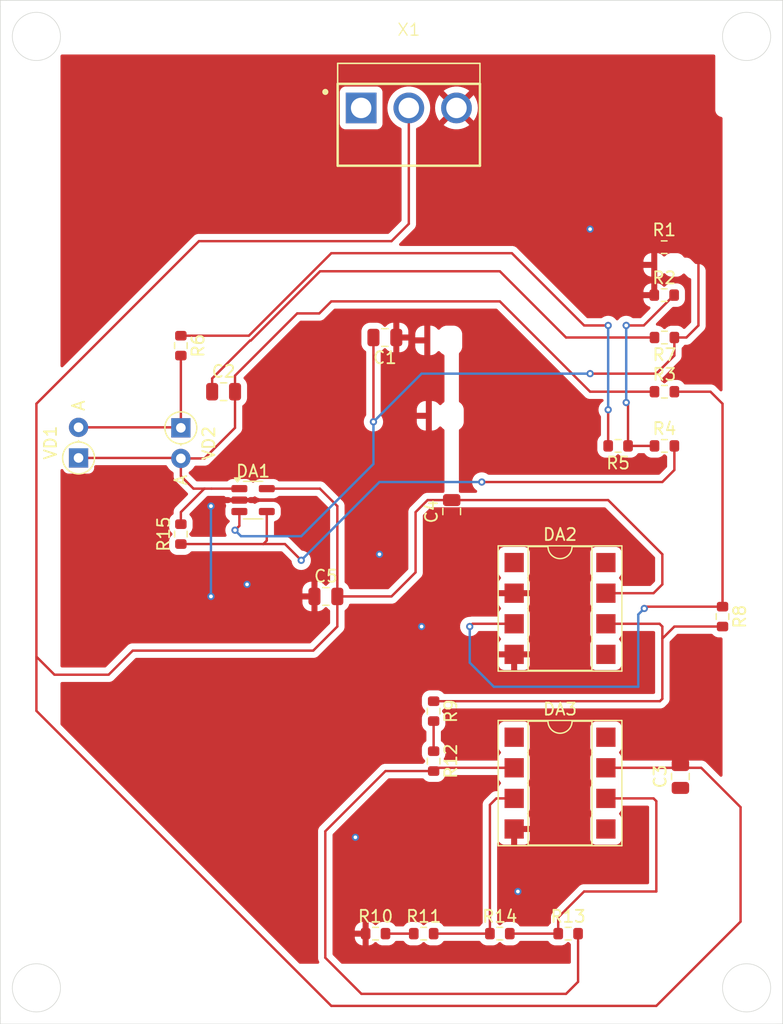
<source format=kicad_pcb>
(kicad_pcb (version 20240108) (generator "pcbnew") (generator_version "8.0")
  (layers (0 "F.Cu" signal) (31 "B.Cu" signal) (34 "B.Paste" user) (35 "F.Paste" user) (36 "B.SilkS" user "B.Silkscreen") (37 "F.SilkS" user "F.Silkscreen") (38 "B.Mask" user) (39 "F.Mask" user) (44 "Edge.Cuts" user))
  (net 0 "")
  (net 1 "Net-(DA1-IN-)")
  (net 2 "Net-(DA1-IN+)")
  (net 3 "Earth")
  (net 4 "+5V")
  (net 5 "/OUT1")
  (net 6 "Net-(C2-Pad1)")
  (net 8 "Net-(DA2-IN-)")
  (net 11 "/OUT2")
  (net 13 "Net-(DA3-OUT)")
  (net 16 "Net-(DA3-IN+)")
  (net 17 "Net-(DA3-IN-)")
  (net 18 "Net-(R2-Pad2)")
  (net 19 "Net-(R5-Pad2)")
  (net 20 "Net-(R6-Pad2)")
  (net 21 "Net-(R12-Pad1)")
  (net 22 "Net-(R10-Pad2)")
  (net 23 "/OUT3")
  (footprint "Package_TO_SOT_SMD:SOT-23-5" (layer "F.Cu") (at 121 101.5)
    (property "Reference" "DA1" (at 0 -2.4 0) (layer "F.SilkS"))
    (property "Value" "AD8616")
    (fp_line (start 0 -1.56) (end -0.8 -1.56) (stroke (width 0.12)) (layer "F.SilkS"))
    (fp_line (start 0 -1.56) (end 0.8 -1.56) (stroke (width 0.12)) (layer "F.SilkS"))
    (fp_line (start 0 1.56) (end -0.8 1.56) (stroke (width 0.12)) (layer "F.SilkS"))
    (fp_line (start 0 1.56) (end 0.8 1.56) (stroke (width 0.12)) (layer "F.SilkS"))
    (fp_poly (pts (xy -1.3 -1.51) (xy -1.54 -1.84) (xy -1.06 -1.84) (xy -1.3 -1.51)) (stroke (width 0.12)) (fill solid) (layer "F.SilkS"))
    (pad "1" smd roundrect (at -1.1375 -0.95) (size 1.325 0.6) (layers "F.Cu" "F.Paste" "F.Mask") (net 5 "/OUT1"))
    (pad "2" smd roundrect (at -1.1375 0) (size 1.325 0.6) (layers "F.Cu" "F.Paste" "F.Mask") (net 3 "Earth"))
    (pad "3" smd roundrect (at -1.1375 0.95) (size 1.325 0.6) (layers "F.Cu" "F.Paste" "F.Mask") (net 2 "Net-(DA1-IN+)"))
    (pad "4" smd roundrect (at 1.1375 0.95) (size 1.325 0.6) (layers "F.Cu" "F.Paste" "F.Mask") (net 1 "Net-(DA1-IN-)"))
    (pad "5" smd roundrect (at 1.1375 -0.95) (size 1.325 0.6) (layers "F.Cu" "F.Paste" "F.Mask") (net 4 "+5V"))
  )
  (footprint "Resistor_SMD:R_0603_1608Metric" (layer "F.Cu") (at 160 111.175 -90)
    (property "Reference" "R8" (at 0 -1.43 90) (layer "F.SilkS"))
    (property "Value" "51k")
    (fp_line (start -0.237258 0.5225) (end 0.237258 0.5225) (stroke (width 0.12)) (layer "F.SilkS"))
    (fp_line (start -0.237258 -0.5225) (end 0.237258 -0.5225) (stroke (width 0.12)) (layer "F.SilkS"))
    (pad "1" smd roundrect (at -0.825 0 270) (size 0.8 0.95) (layers "F.Cu" "F.Paste" "F.Mask") (net 8 "Net-(DA2-IN-)"))
    (pad "2" smd roundrect (at 0.825 0 270) (size 0.8 0.95) (layers "F.Cu" "F.Paste" "F.Mask") (net 11 "/OUT2"))
  )
  (footprint "Resistor_SMD:R_0603_1608Metric" (layer "F.Cu") (at 155.155 84.48)
    (property "Reference" "R2" (at 0 -1.43 0) (layer "F.SilkS"))
    (property "Value" "220")
    (fp_line (start -0.237258 -0.5225) (end 0.237258 -0.5225) (stroke (width 0.12)) (layer "F.SilkS"))
    (fp_line (start -0.237258 0.5225) (end 0.237258 0.5225) (stroke (width 0.12)) (layer "F.SilkS"))
    (pad "1" smd roundrect (at -0.825 0) (size 0.8 0.95) (layers "F.Cu" "F.Paste" "F.Mask") (net 3 "Earth"))
    (pad "2" smd roundrect (at 0.825 0) (size 0.8 0.95) (layers "F.Cu" "F.Paste" "F.Mask") (net 18 "Net-(R2-Pad2)"))
  )
  (footprint "Resistor_SMD:R_0603_1608Metric" (layer "F.Cu") (at 151.325 97 180)
    (property "Reference" "R5" (at 0 -1.43 0) (layer "F.SilkS"))
    (property "Value" "160")
    (fp_line (start -0.237258 0.5225) (end 0.237258 0.5225) (stroke (width 0.12)) (layer "F.SilkS"))
    (fp_line (start -0.237258 -0.5225) (end 0.237258 -0.5225) (stroke (width 0.12)) (layer "F.SilkS"))
    (pad "1" smd roundrect (at -0.825 0 180) (size 0.8 0.95) (layers "F.Cu" "F.Paste" "F.Mask") (net 18 "Net-(R2-Pad2)"))
    (pad "2" smd roundrect (at 0.825 0 180) (size 0.8 0.95) (layers "F.Cu" "F.Paste" "F.Mask") (net 19 "Net-(R5-Pad2)"))
  )
  (footprint "Package_DIP:DIP-8_W7.62mm_SMDSocket_SmallPads" (layer "F.Cu") (at 146.5 110.5)
    (property "Reference" "DA2" (at 0 -6.14 0) (layer "F.SilkS"))
    (property "Value" "OP27")
    (fp_line (start -5.14 -5.2) (end -5.14 5.2) (stroke (width 0.12)) (layer "F.SilkS"))
    (fp_line (start -5.14 5.2) (end 5.14 5.2) (stroke (width 0.12)) (layer "F.SilkS"))
    (fp_line (start -2.65 -5.14) (end -2.65 5.14) (stroke (width 0.12)) (layer "F.SilkS"))
    (fp_line (start -2.65 5.14) (end 2.65 5.14) (stroke (width 0.12)) (layer "F.SilkS"))
    (fp_line (start -1 -5.14) (end -2.65 -5.14) (stroke (width 0.12)) (layer "F.SilkS"))
    (fp_line (start 2.65 -5.14) (end 1 -5.14) (stroke (width 0.12)) (layer "F.SilkS"))
    (fp_line (start 2.65 5.14) (end 2.65 -5.14) (stroke (width 0.12)) (layer "F.SilkS"))
    (fp_line (start 5.14 -5.2) (end -5.14 -5.2) (stroke (width 0.12)) (layer "F.SilkS"))
    (fp_line (start 5.14 5.2) (end 5.14 -5.2) (stroke (width 0.12)) (layer "F.SilkS"))
    (fp_arc (start 1 -5.14) (mid 0 -4.14) (end -1 -5.14) (stroke (width 0.12)) (layer "F.SilkS"))
    (pad "1" smd rect (at -3.81 -3.81) (size 1.6 1.6) (layers "F.Cu" "F.Paste" "F.Mask"))
    (pad "2" smd rect (at -3.81 -1.27) (size 1.6 1.6) (layers "F.Cu" "F.Paste" "F.Mask") (net 3 "Earth"))
    (pad "3" smd rect (at -3.81 1.27) (size 1.6 1.6) (layers "F.Cu" "F.Paste" "F.Mask") (net 8 "Net-(DA2-IN-)"))
    (pad "4" smd rect (at -3.81 3.81) (size 1.6 1.6) (layers "F.Cu" "F.Paste" "F.Mask") (net 3 "Earth"))
    (pad "5" smd rect (at 3.81 3.81) (size 1.6 1.6) (layers "F.Cu" "F.Paste" "F.Mask"))
    (pad "6" smd rect (at 3.81 1.27) (size 1.6 1.6) (layers "F.Cu" "F.Paste" "F.Mask") (net 11 "/OUT2"))
    (pad "7" smd rect (at 3.81 -1.27) (size 1.6 1.6) (layers "F.Cu" "F.Paste" "F.Mask") (net 4 "+5V"))
    (pad "8" smd rect (at 3.81 -3.81) (size 1.6 1.6) (layers "F.Cu" "F.Paste" "F.Mask"))
  )
  (footprint "Capacitor_SMD:C_0805_2012Metric" (layer "F.Cu") (at 137.5 102.45 90)
    (property "Reference" "C4" (at 0 -1.68 90) (layer "F.SilkS"))
    (property "Value" "0.1u")
    (fp_line (start -0.261252 -0.735) (end 0.261252 -0.735) (stroke (width 0.12)) (layer "F.SilkS"))
    (fp_line (start -0.261252 0.735) (end 0.261252 0.735) (stroke (width 0.12)) (layer "F.SilkS"))
    (pad "1" smd roundrect (at -0.95 0 90) (size 1 1.45) (layers "F.Cu" "F.Paste" "F.Mask") (net 3 "Earth"))
    (pad "2" smd roundrect (at 0.95 0 90) (size 1 1.45) (layers "F.Cu" "F.Paste" "F.Mask") (net 4 "+5V"))
  )
  (footprint "Resistor_SMD:R_0603_1608Metric" (layer "F.Cu") (at 155.155 80.5)
    (property "Reference" "R1" (at 0 -1.43 0) (layer "F.SilkS"))
    (property "Value" "2.2k")
    (fp_line (start -0.237258 -0.5225) (end 0.237258 -0.5225) (stroke (width 0.12)) (layer "F.SilkS"))
    (fp_line (start -0.237258 0.5225) (end 0.237258 0.5225) (stroke (width 0.12)) (layer "F.SilkS"))
    (pad "1" smd roundrect (at -0.825 0) (size 0.8 0.95) (layers "F.Cu" "F.Paste" "F.Mask") (net 3 "Earth"))
    (pad "2" smd roundrect (at 0.825 0) (size 0.8 0.95) (layers "F.Cu" "F.Paste" "F.Mask") (net 2 "Net-(DA1-IN+)"))
  )
  (footprint "Diode_THT:D_DO-35_SOD27_P2.54mm_Vertical_AnodeUp" (layer "F.Cu") (at 106.5 98 90)
    (property "Reference" "VD1" (at 1.27 -2.326371 90) (layer "F.SilkS"))
    (property "Value" "1N4148")
    (fp_line (start 1.326371 0) (end 1.44 0) (stroke (width 0.12)) (layer "F.SilkS"))
    (fp_circle (center 0 0) (end 1.326371 0) (stroke (width 0.12)) (fill none) (layer "F.SilkS"))
    (fp_text user "A" (at 4.34 0 90) (layer "F.SilkS"))
    (pad "1" thru_hole rect (at 0 0 90) (size 1.6 1.6) (drill 0.8) (layers "*.Cu" "*.Mask") (net 5 "/OUT1"))
    (pad "2" thru_hole oval (at 2.54 0 90) (size 1.6 1.6) (drill 0.8) (layers "*.Cu" "*.Mask") (net 20 "Net-(R6-Pad2)"))
  )
  (footprint "Resistor_SMD:R_0603_1608Metric" (layer "F.Cu") (at 155.175 88 180)
    (property "Reference" "R7" (at 0 -1.43 0) (layer "F.SilkS"))
    (property "Value" "2.2k")
    (fp_line (start -0.237258 0.5225) (end 0.237258 0.5225) (stroke (width 0.12)) (layer "F.SilkS"))
    (fp_line (start -0.237258 -0.5225) (end 0.237258 -0.5225) (stroke (width 0.12)) (layer "F.SilkS"))
    (pad "1" smd roundrect (at -0.825 0 180) (size 0.8 0.95) (layers "F.Cu" "F.Paste" "F.Mask") (net 2 "Net-(DA1-IN+)"))
    (pad "2" smd roundrect (at 0.825 0 180) (size 0.8 0.95) (layers "F.Cu" "F.Paste" "F.Mask") (net 6 "Net-(C2-Pad1)"))
  )
  (footprint "Resistor_SMD:R_0603_1608Metric" (layer "F.Cu") (at 141.5 137.5)
    (property "Reference" "R14" (at 0 -1.43 0) (layer "F.SilkS"))
    (property "Value" "1k")
    (fp_line (start -0.237258 -0.5225) (end 0.237258 -0.5225) (stroke (width 0.12)) (layer "F.SilkS"))
    (fp_line (start -0.237258 0.5225) (end 0.237258 0.5225) (stroke (width 0.12)) (layer "F.SilkS"))
    (pad "1" smd roundrect (at -0.825 0) (size 0.8 0.95) (layers "F.Cu" "F.Paste" "F.Mask") (net 17 "Net-(DA3-IN-)"))
    (pad "2" smd roundrect (at 0.825 0) (size 0.8 0.95) (layers "F.Cu" "F.Paste" "F.Mask") (net 13 "Net-(DA3-OUT)"))
  )
  (footprint "Diode_THT:D_DO-35_SOD27_P2.54mm_Vertical_AnodeUp" (layer "F.Cu") (at 115 95.5 -90)
    (property "Reference" "VD2" (at 1.27 -2.326371 90) (layer "F.SilkS"))
    (property "Value" "1N4148")
    (fp_line (start 1.326371 0) (end 1.44 0) (stroke (width 0.12)) (layer "F.SilkS"))
    (fp_circle (center 0 0) (end 1.326371 0) (stroke (width 0.12)) (fill none) (layer "F.SilkS"))
    (fp_text user "A" (at 4.34 0 90) (layer "F.SilkS"))
    (pad "1" thru_hole rect (at 0 0 270) (size 1.6 1.6) (drill 0.8) (layers "*.Cu" "*.Mask") (net 20 "Net-(R6-Pad2)"))
    (pad "2" thru_hole oval (at 2.54 0 270) (size 1.6 1.6) (drill 0.8) (layers "*.Cu" "*.Mask") (net 5 "/OUT1"))
  )
  (footprint "Package_DIP:DIP-8_W7.62mm_SMDSocket_SmallPads" (layer "F.Cu") (at 146.5 125)
    (property "Reference" "DA3" (at 0 -6.14 0) (layer "F.SilkS"))
    (property "Value" "OP27")
    (fp_line (start -5.14 -5.2) (end -5.14 5.2) (stroke (width 0.12)) (layer "F.SilkS"))
    (fp_line (start -5.14 5.2) (end 5.14 5.2) (stroke (width 0.12)) (layer "F.SilkS"))
    (fp_line (start -2.65 -5.14) (end -2.65 5.14) (stroke (width 0.12)) (layer "F.SilkS"))
    (fp_line (start -2.65 5.14) (end 2.65 5.14) (stroke (width 0.12)) (layer "F.SilkS"))
    (fp_line (start -1 -5.14) (end -2.65 -5.14) (stroke (width 0.12)) (layer "F.SilkS"))
    (fp_line (start 2.65 -5.14) (end 1 -5.14) (stroke (width 0.12)) (layer "F.SilkS"))
    (fp_line (start 2.65 5.14) (end 2.65 -5.14) (stroke (width 0.12)) (layer "F.SilkS"))
    (fp_line (start 5.14 -5.2) (end -5.14 -5.2) (stroke (width 0.12)) (layer "F.SilkS"))
    (fp_line (start 5.14 5.2) (end 5.14 -5.2) (stroke (width 0.12)) (layer "F.SilkS"))
    (fp_arc (start 1 -5.14) (mid 0 -4.14) (end -1 -5.14) (stroke (width 0.12)) (layer "F.SilkS"))
    (pad "1" smd rect (at -3.81 -3.81) (size 1.6 1.6) (layers "F.Cu" "F.Paste" "F.Mask"))
    (pad "2" smd rect (at -3.81 -1.27) (size 1.6 1.6) (layers "F.Cu" "F.Paste" "F.Mask") (net 16 "Net-(DA3-IN+)"))
    (pad "3" smd rect (at -3.81 1.27) (size 1.6 1.6) (layers "F.Cu" "F.Paste" "F.Mask") (net 17 "Net-(DA3-IN-)"))
    (pad "4" smd rect (at -3.81 3.81) (size 1.6 1.6) (layers "F.Cu" "F.Paste" "F.Mask") (net 3 "Earth"))
    (pad "5" smd rect (at 3.81 3.81) (size 1.6 1.6) (layers "F.Cu" "F.Paste" "F.Mask"))
    (pad "6" smd rect (at 3.81 1.27) (size 1.6 1.6) (layers "F.Cu" "F.Paste" "F.Mask") (net 13 "Net-(DA3-OUT)"))
    (pad "7" smd rect (at 3.81 -1.27) (size 1.6 1.6) (layers "F.Cu" "F.Paste" "F.Mask") (net 4 "+5V"))
    (pad "8" smd rect (at 3.81 -3.81) (size 1.6 1.6) (layers "F.Cu" "F.Paste" "F.Mask"))
  )
  (footprint "Capacitor_SMD:C_0805_2012Metric" (layer "F.Cu") (at 118.55 92.5)
    (property "Reference" "C2" (at 0 -1.68 0) (layer "F.SilkS"))
    (property "Value" "750p")
    (fp_line (start -0.261252 -0.735) (end 0.261252 -0.735) (stroke (width 0.12)) (layer "F.SilkS"))
    (fp_line (start -0.261252 0.735) (end 0.261252 0.735) (stroke (width 0.12)) (layer "F.SilkS"))
    (pad "1" smd roundrect (at -0.95 0) (size 1 1.45) (layers "F.Cu" "F.Paste" "F.Mask") (net 6 "Net-(C2-Pad1)"))
    (pad "2" smd roundrect (at 0.95 0) (size 1 1.45) (layers "F.Cu" "F.Paste" "F.Mask") (net 5 "/OUT1"))
  )
  (footprint "MGTU_Places:B3P-VH" (layer "F.Cu") (at 133.93775 68.9375)
    (property "Reference" "X1" (at 0 -6.5 0) (layer "F.SilkS") (effects (font (thickness 0.1))))
    (property "Value" "B3P-VH")
    (fp_line (start -5.91 -3.7) (end 5.91 -3.7) (stroke (width 0.127)) (layer "F.SilkS"))
    (fp_line (start -5.91 -2) (end -5.91 -3.7) (stroke (width 0.127)) (layer "F.SilkS"))
    (fp_line (start -5.91 4.8) (end -5.91 -2) (stroke (width 0.2032)) (layer "F.SilkS"))
    (fp_line (start 5.91 -2) (end -5.91 -2) (stroke (width 0.2032)) (layer "F.SilkS"))
    (fp_line (start 5.91 -2) (end 5.91 -3.7) (stroke (width 0.127)) (layer "F.SilkS"))
    (fp_line (start 5.91 -2) (end 5.91 4.8) (stroke (width 0.2032)) (layer "F.SilkS"))
    (fp_line (start 5.91 4.8) (end -5.91 4.8) (stroke (width 0.2032)) (layer "F.SilkS"))
    (fp_circle (center -6.935 -1.33) (end -6.681 -1.33) (fill solid) (layer "F.SilkS"))
    (pad "1" thru_hole rect (at -3.96 0) (size 2.55 2.55) (drill 1.7) (layers "*.Cu" "*.Mask") (net 23 "/OUT3"))
    (pad "2" thru_hole circle (at 0 0) (size 2.55 2.55) (drill 1.7) (layers "*.Cu" "*.Mask") (net 4 "+5V"))
    (pad "3" thru_hole circle (at 3.96 0) (size 2.55 2.55) (drill 1.7) (layers "*.Cu" "*.Mask") (net 3 "Earth"))
  )
  (footprint "Capacitor_SMD:C_0805_2012Metric" (layer "F.Cu") (at 127.05 109.5)
    (property "Reference" "C5" (at 0 -1.68 0) (layer "F.SilkS"))
    (property "Value" "0.1u")
    (fp_line (start -0.261252 -0.735) (end 0.261252 -0.735) (stroke (width 0.12)) (layer "F.SilkS"))
    (fp_line (start -0.261252 0.735) (end 0.261252 0.735) (stroke (width 0.12)) (layer "F.SilkS"))
    (pad "1" smd roundrect (at -0.95 0) (size 1 1.45) (layers "F.Cu" "F.Paste" "F.Mask") (net 3 "Earth"))
    (pad "2" smd roundrect (at 0.95 0) (size 1 1.45) (layers "F.Cu" "F.Paste" "F.Mask") (net 4 "+5V"))
  )
  (footprint "Resistor_SMD:R_0603_1608Metric" (layer "F.Cu") (at 115 104.325 90)
    (property "Reference" "R15" (at 0 -1.43 90) (layer "F.SilkS"))
    (property "Value" "220k")
    (fp_line (start -0.237258 -0.5225) (end 0.237258 -0.5225) (stroke (width 0.12)) (layer "F.SilkS"))
    (fp_line (start -0.237258 0.5225) (end 0.237258 0.5225) (stroke (width 0.12)) (layer "F.SilkS"))
    (pad "1" smd roundrect (at -0.825 0 90) (size 0.8 0.95) (layers "F.Cu" "F.Paste" "F.Mask") (net 1 "Net-(DA1-IN-)"))
    (pad "2" smd roundrect (at 0.825 0 90) (size 0.8 0.95) (layers "F.Cu" "F.Paste" "F.Mask") (net 5 "/OUT1"))
  )
  (footprint "Capacitor_SMD:C_0805_2012Metric" (layer "F.Cu") (at 131.95 88 180)
    (property "Reference" "C1" (at 0 -1.68 0) (layer "F.SilkS"))
    (property "Value" "750p")
    (fp_line (start -0.261252 0.735) (end 0.261252 0.735) (stroke (width 0.12)) (layer "F.SilkS"))
    (fp_line (start -0.261252 -0.735) (end 0.261252 -0.735) (stroke (width 0.12)) (layer "F.SilkS"))
    (pad "1" smd roundrect (at -0.95 0 180) (size 1 1.45) (layers "F.Cu" "F.Paste" "F.Mask") (net 3 "Earth"))
    (pad "2" smd roundrect (at 0.95 0 180) (size 1 1.45) (layers "F.Cu" "F.Paste" "F.Mask") (net 2 "Net-(DA1-IN+)"))
  )
  (footprint "Resistor_SMD:R_0603_1608Metric" (layer "F.Cu") (at 147.175 137.5)
    (property "Reference" "R13" (at 0 -1.43 0) (layer "F.SilkS"))
    (property "Value" "1k")
    (fp_line (start -0.237258 -0.5225) (end 0.237258 -0.5225) (stroke (width 0.12)) (layer "F.SilkS"))
    (fp_line (start -0.237258 0.5225) (end 0.237258 0.5225) (stroke (width 0.12)) (layer "F.SilkS"))
    (pad "1" smd roundrect (at -0.825 0) (size 0.8 0.95) (layers "F.Cu" "F.Paste" "F.Mask") (net 13 "Net-(DA3-OUT)"))
    (pad "2" smd roundrect (at 0.825 0) (size 0.8 0.95) (layers "F.Cu" "F.Paste" "F.Mask") (net 16 "Net-(DA3-IN+)"))
  )
  (footprint "Resistor_SMD:R_0603_1608Metric" (layer "F.Cu") (at 136 123.175 -90)
    (property "Reference" "R12" (at 0 -1.43 90) (layer "F.SilkS"))
    (property "Value" "5.1")
    (fp_line (start -0.237258 0.5225) (end 0.237258 0.5225) (stroke (width 0.12)) (layer "F.SilkS"))
    (fp_line (start -0.237258 -0.5225) (end 0.237258 -0.5225) (stroke (width 0.12)) (layer "F.SilkS"))
    (pad "1" smd roundrect (at -0.825 0 270) (size 0.8 0.95) (layers "F.Cu" "F.Paste" "F.Mask") (net 21 "Net-(R12-Pad1)"))
    (pad "2" smd roundrect (at 0.825 0 270) (size 0.8 0.95) (layers "F.Cu" "F.Paste" "F.Mask") (net 16 "Net-(DA3-IN+)"))
  )
  (footprint "Resistor_SMD:R_0603_1608Metric" (layer "F.Cu") (at 155.175 97)
    (property "Reference" "R4" (at 0 -1.43 0) (layer "F.SilkS"))
    (property "Value" "100k")
    (fp_line (start -0.237258 -0.5225) (end 0.237258 -0.5225) (stroke (width 0.12)) (layer "F.SilkS"))
    (fp_line (start -0.237258 0.5225) (end 0.237258 0.5225) (stroke (width 0.12)) (layer "F.SilkS"))
    (pad "1" smd roundrect (at -0.825 0) (size 0.8 0.95) (layers "F.Cu" "F.Paste" "F.Mask") (net 18 "Net-(R2-Pad2)"))
    (pad "2" smd roundrect (at 0.825 0) (size 0.8 0.95) (layers "F.Cu" "F.Paste" "F.Mask") (net 1 "Net-(DA1-IN-)"))
  )
  (footprint "Resistor_SMD:R_0603_1608Metric" (layer "F.Cu") (at 131.175 137.5)
    (property "Reference" "R10" (at 0 -1.43 0) (layer "F.SilkS"))
    (property "Value" "220")
    (fp_line (start -0.237258 -0.5225) (end 0.237258 -0.5225) (stroke (width 0.12)) (layer "F.SilkS"))
    (fp_line (start -0.237258 0.5225) (end 0.237258 0.5225) (stroke (width 0.12)) (layer "F.SilkS"))
    (pad "1" smd roundrect (at -0.825 0) (size 0.8 0.95) (layers "F.Cu" "F.Paste" "F.Mask") (net 3 "Earth"))
    (pad "2" smd roundrect (at 0.825 0) (size 0.8 0.95) (layers "F.Cu" "F.Paste" "F.Mask") (net 22 "Net-(R10-Pad2)"))
  )
  (footprint "Resistor_SMD:R_0603_1608Metric" (layer "F.Cu") (at 135.175 137.5)
    (property "Reference" "R11" (at 0 -1.43 0) (layer "F.SilkS"))
    (property "Value" "5.1")
    (fp_line (start -0.237258 -0.5225) (end 0.237258 -0.5225) (stroke (width 0.12)) (layer "F.SilkS"))
    (fp_line (start -0.237258 0.5225) (end 0.237258 0.5225) (stroke (width 0.12)) (layer "F.SilkS"))
    (pad "1" smd roundrect (at -0.825 0) (size 0.8 0.95) (layers "F.Cu" "F.Paste" "F.Mask") (net 22 "Net-(R10-Pad2)"))
    (pad "2" smd roundrect (at 0.825 0) (size 0.8 0.95) (layers "F.Cu" "F.Paste" "F.Mask") (net 17 "Net-(DA3-IN-)"))
  )
  (footprint "Capacitor_SMD:C_0805_2012Metric" (layer "F.Cu") (at 156.5 124.45 90)
    (property "Reference" "C3" (at 0 -1.68 90) (layer "F.SilkS"))
    (property "Value" "0.1u")
    (fp_line (start -0.261252 -0.735) (end 0.261252 -0.735) (stroke (width 0.12)) (layer "F.SilkS"))
    (fp_line (start -0.261252 0.735) (end 0.261252 0.735) (stroke (width 0.12)) (layer "F.SilkS"))
    (pad "1" smd roundrect (at -0.95 0 90) (size 1 1.45) (layers "F.Cu" "F.Paste" "F.Mask") (net 3 "Earth"))
    (pad "2" smd roundrect (at 0.95 0 90) (size 1 1.45) (layers "F.Cu" "F.Paste" "F.Mask") (net 4 "+5V"))
  )
  (footprint "Resistor_SMD:R_0603_1608Metric" (layer "F.Cu") (at 136 119.025 -90)
    (property "Reference" "R9" (at 0 -1.43 90) (layer "F.SilkS"))
    (property "Value" "220")
    (fp_line (start -0.237258 0.5225) (end 0.237258 0.5225) (stroke (width 0.12)) (layer "F.SilkS"))
    (fp_line (start -0.237258 -0.5225) (end 0.237258 -0.5225) (stroke (width 0.12)) (layer "F.SilkS"))
    (pad "1" smd roundrect (at -0.825 0 270) (size 0.8 0.95) (layers "F.Cu" "F.Paste" "F.Mask") (net 11 "/OUT2"))
    (pad "2" smd roundrect (at 0.825 0 270) (size 0.8 0.95) (layers "F.Cu" "F.Paste" "F.Mask") (net 21 "Net-(R12-Pad1)"))
  )
  (footprint "Resistor_SMD:R_0603_1608Metric" (layer "F.Cu") (at 115 88.675 -90)
    (property "Reference" "R6" (at 0 -1.43 90) (layer "F.SilkS"))
    (property "Value" "2.2k")
    (fp_line (start -0.237258 0.5225) (end 0.237258 0.5225) (stroke (width 0.12)) (layer "F.SilkS"))
    (fp_line (start -0.237258 -0.5225) (end 0.237258 -0.5225) (stroke (width 0.12)) (layer "F.SilkS"))
    (pad "1" smd roundrect (at -0.825 0 270) (size 0.8 0.95) (layers "F.Cu" "F.Paste" "F.Mask") (net 19 "Net-(R5-Pad2)"))
    (pad "2" smd roundrect (at 0.825 0 270) (size 0.8 0.95) (layers "F.Cu" "F.Paste" "F.Mask") (net 20 "Net-(R6-Pad2)"))
  )
  (footprint "Resistor_SMD:R_0603_1608Metric" (layer "F.Cu") (at 155.175 92.5)
    (property "Reference" "R3" (at 0 -1.43 0) (layer "F.SilkS"))
    (property "Value" "10k")
    (fp_line (start -0.237258 -0.5225) (end 0.237258 -0.5225) (stroke (width 0.12)) (layer "F.SilkS"))
    (fp_line (start -0.237258 0.5225) (end 0.237258 0.5225) (stroke (width 0.12)) (layer "F.SilkS"))
    (pad "1" smd roundrect (at -0.825 0) (size 0.8 0.95) (layers "F.Cu" "F.Paste" "F.Mask") (net 5 "/OUT1"))
    (pad "2" smd roundrect (at 0.825 0) (size 0.8 0.95) (layers "F.Cu" "F.Paste" "F.Mask") (net 8 "Net-(DA2-IN-)"))
  )
  (gr_line (start 165 144.5) (end 165 60.5) (stroke (width 0.05)) (layer "Edge.Cuts"))
  (gr_line (start 164.5 60) (end 165 60) (stroke (width 0.05)) (layer "Edge.Cuts"))
  (gr_circle (center 162 63) (end 164 63) (stroke (width 0.05)) (fill none) (layer "Edge.Cuts"))
  (gr_line (start 100.5 145) (end 100 145) (stroke (width 0.05)) (layer "Edge.Cuts"))
  (gr_line (start 100 145) (end 100 144.5) (stroke (width 0.05)) (layer "Edge.Cuts"))
  (gr_line (start 164.5 145) (end 165 145) (stroke (width 0.05)) (layer "Edge.Cuts"))
  (gr_line (start 100.5 60) (end 100 60) (stroke (width 0.05)) (layer "Edge.Cuts"))
  (gr_line (start 165 144.5) (end 165 145) (stroke (width 0.05)) (layer "Edge.Cuts"))
  (gr_line (start 100.5 145) (end 164.5 145) (stroke (width 0.05)) (layer "Edge.Cuts"))
  (gr_circle (center 162 142) (end 164 142) (stroke (width 0.05)) (fill none) (layer "Edge.Cuts"))
  (gr_line (start 100 60) (end 100 60.5) (stroke (width 0.05)) (layer "Edge.Cuts"))
  (gr_circle (center 103 142) (end 105 142) (stroke (width 0.05)) (fill none) (layer "Edge.Cuts"))
  (gr_line (start 100.5 60) (end 164.5 60) (stroke (width 0.05)) (layer "Edge.Cuts"))
  (gr_line (start 100 144.5) (end 100 60.5) (stroke (width 0.05)) (layer "Edge.Cuts"))
  (gr_line (start 165 60) (end 165 60.5) (stroke (width 0.05)) (layer "Edge.Cuts"))
  (gr_line (start 165 145) (end 164.5 145) (stroke (width 0.05)) (layer "Edge.Cuts"))
  (gr_circle (center 103 63) (end 105 63) (stroke (width 0.05)) (fill none) (layer "Edge.Cuts"))
  (segment (start 122.1375 104.8625) (end 122.1375 102.45) (width 0.2) (layer "F.Cu") (net 1))
  (segment (start 121.85 105.15) (end 123.65 105.15) (width 0.2) (layer "F.Cu") (net 1))
  (segment (start 156 97) (end 156 99) (width 0.2) (layer "F.Cu") (net 1))
  (segment (start 155 100) (end 140 100) (width 0.2) (layer "F.Cu") (net 1))
  (segment (start 121.85 105.15) (end 122.1375 104.8625) (width 0.2) (layer "F.Cu") (net 1))
  (segment (start 156 99) (end 155 100) (width 0.2) (layer "F.Cu") (net 1))
  (segment (start 115 105.15) (end 121.85 105.15) (width 0.2) (layer "F.Cu") (net 1))
  (segment (start 123.65 105.15) (end 125 106.5) (width 0.2) (layer "F.Cu") (net 1))
  (via (at 140 100) (size 0.6) (drill 0.3) (layers "F.Cu" "B.Cu") (net 1))
  (via (at 125 106.5) (size 0.6) (drill 0.3) (layers "F.Cu" "B.Cu") (net 1))
  (segment (start 125 106.5) (end 125.25 106.25) (width 0.2) (layer "B.Cu") (net 1))
  (segment (start 131.5 100) (end 125 106.5) (width 0.2) (layer "B.Cu") (net 1))
  (segment (start 140 100) (end 131.5 100) (width 0.2) (layer "B.Cu") (net 1))
  (segment (start 157 80.5) (end 155.98 80.5) (width 0.2) (layer "F.Cu") (net 2))
  (segment (start 119.8625 102.45) (end 119.8625 103.6375) (width 0.2) (layer "F.Cu") (net 2))
  (segment (start 156 88) (end 156 89.5) (width 0.2) (layer "F.Cu") (net 2))
  (segment (start 158 87) (end 158 81.5) (width 0.2) (layer "F.Cu") (net 2))
  (segment (start 119.8625 103.6375) (end 119.5 104) (width 0.2) (layer "F.Cu") (net 2))
  (segment (start 156 89.5) (end 154.5 91) (width 0.2) (layer "F.Cu") (net 2))
  (segment (start 157 88) (end 158 87) (width 0.2) (layer "F.Cu") (net 2))
  (segment (start 156 88) (end 157 88) (width 0.2) (layer "F.Cu") (net 2))
  (segment (start 158 81.5) (end 157 80.5) (width 0.2) (layer "F.Cu") (net 2))
  (segment (start 154.5 91) (end 149 91) (width 0.2) (layer "F.Cu") (net 2))
  (segment (start 131 95) (end 131 88) (width 0.2) (layer "F.Cu") (net 2))
  (via (at 149 91) (size 0.6) (drill 0.3) (layers "F.Cu" "B.Cu") (net 2))
  (via (at 119.5 104) (size 0.6) (drill 0.3) (layers "F.Cu" "B.Cu") (net 2))
  (via (at 131 95) (size 0.6) (drill 0.3) (layers "F.Cu" "B.Cu") (net 2))
  (segment (start 125 104.5) (end 131 98.5) (width 0.2) (layer "B.Cu") (net 2))
  (segment (start 119.5 104) (end 120 104.5) (width 0.2) (layer "B.Cu") (net 2))
  (segment (start 131 98.5) (end 131 95) (width 0.2) (layer "B.Cu") (net 2))
  (segment (start 149 91) (end 135 91) (width 0.2) (layer "B.Cu") (net 2))
  (segment (start 135 91) (end 131 95) (width 0.2) (layer "B.Cu") (net 2))
  (segment (start 120 104.5) (end 125 104.5) (width 0.2) (layer "B.Cu") (net 2))
  (segment (start 117.5 102) (end 118 101.5) (width 0.2) (layer "F.Cu") (net 3))
  (segment (start 126.1 109.5) (end 117.5 109.5) (width 0.2) (layer "F.Cu") (net 3))
  (segment (start 118 101.5) (end 119.8625 101.5) (width 0.2) (layer "F.Cu") (net 3))
  (via (at 117.5 109.5) (size 0.6) (drill 0.3) (layers "F.Cu" "B.Cu") (net 3))
  (via (at 117.5 102) (size 0.6) (drill 0.3) (layers "F.Cu" "B.Cu") (net 3))
  (via (at 117.5 109.5) (size 0.6) (drill 0.3) (layers "F.Cu" "B.Cu") (net 3))
  (via (at 149 79) (size 0.6) (drill 0.3) (layers "F.Cu" "B.Cu") (net 3))
  (via (at 131.5 106) (size 0.6) (drill 0.3) (layers "F.Cu" "B.Cu") (net 3))
  (via (at 117.5 102) (size 0.6) (drill 0.3) (layers "F.Cu" "B.Cu") (net 3))
  (via (at 129.5 129.5) (size 0.6) (drill 0.3) (layers "F.Cu" "B.Cu") (net 3))
  (via (at 135 112) (size 0.6) (drill 0.3) (layers "F.Cu" "B.Cu") (net 3))
  (via (at 120.5 108.5) (size 0.6) (drill 0.3) (layers "F.Cu" "B.Cu") (net 3))
  (via (at 143 134) (size 0.6) (drill 0.3) (layers "F.Cu" "B.Cu") (net 3))
  (segment (start 117.5 109.5) (end 117.5 102) (width 0.2) (layer "B.Cu") (net 3))
  (segment (start 150.771818 109.231818) (end 150.77 109.23) (width 0.2) (layer "F.Cu") (net 4))
  (segment (start 116.5 80) (end 103 93.5) (width 0.2) (layer "F.Cu") (net 4))
  (segment (start 103 93.5) (end 103 114.5) (width 0.2) (layer "F.Cu") (net 4))
  (segment (start 128 109.5) (end 132.5 109.5) (width 0.2) (layer "F.Cu") (net 4))
  (segment (start 127.5 143.5) (end 154.5 143.5) (width 0.2) (layer "F.Cu") (net 4))
  (segment (start 111 114) (end 109 116) (width 0.2) (layer "F.Cu") (net 4))
  (segment (start 126 114) (end 111 114) (width 0.2) (layer "F.Cu") (net 4))
  (segment (start 154.5 143.5) (end 161.5 136.5) (width 0.2) (layer "F.Cu") (net 4))
  (segment (start 150.77 109.23) (end 150.31 109.23) (width 0.2) (layer "F.Cu") (net 4))
  (segment (start 133.93775 78.56225) (end 132.5 80) (width 0.2) (layer "F.Cu") (net 4))
  (segment (start 122.1375 100.55) (end 126.55 100.55) (width 0.2) (layer "F.Cu") (net 4))
  (segment (start 134.5 107.5) (end 134.5 102.5) (width 0.2) (layer "F.Cu") (net 4))
  (segment (start 109 116) (end 104.5 116) (width 0.2) (layer "F.Cu") (net 4))
  (segment (start 161.5 127) (end 158.23 123.73) (width 0.2) (layer "F.Cu") (net 4))
  (segment (start 128 102) (end 128 109.5) (width 0.2) (layer "F.Cu") (net 4))
  (segment (start 134.5 102.5) (end 135.5 101.5) (width 0.2) (layer "F.Cu") (net 4))
  (segment (start 103 114.5) (end 103 119) (width 0.2) (layer "F.Cu") (net 4))
  (segment (start 135.5 101.5) (end 137.5 101.5) (width 0.2) (layer "F.Cu") (net 4))
  (segment (start 150.5 101.5) (end 155 106) (width 0.2) (layer "F.Cu") (net 4))
  (segment (start 132.5 109.5) (end 134.5 107.5) (width 0.2) (layer "F.Cu") (net 4))
  (segment (start 155 108.5) (end 154.268182 109.231818) (width 0.2) (layer "F.Cu") (net 4))
  (segment (start 154.268182 109.231818) (end 150.771818 109.231818) (width 0.2) (layer "F.Cu") (net 4))
  (segment (start 158.23 123.73) (end 150.31 123.73) (width 0.2) (layer "F.Cu") (net 4))
  (segment (start 103 119) (end 127.5 143.5) (width 0.2) (layer "F.Cu") (net 4))
  (segment (start 137.5 101.5) (end 150.5 101.5) (width 0.2) (layer "F.Cu") (net 4))
  (segment (start 133.93775 68.9375) (end 133.93775 78.56225) (width 0.2) (layer "F.Cu") (net 4))
  (segment (start 104.5 116) (end 103 114.5) (width 0.2) (layer "F.Cu") (net 4))
  (segment (start 128 109.5) (end 128 112) (width 0.2) (layer "F.Cu") (net 4))
  (segment (start 161.5 136.5) (end 161.5 127) (width 0.2) (layer "F.Cu") (net 4))
  (segment (start 126.55 100.55) (end 128 102) (width 0.2) (layer "F.Cu") (net 4))
  (segment (start 132.5 80) (end 116.5 80) (width 0.2) (layer "F.Cu") (net 4))
  (segment (start 155 106) (end 155 108.5) (width 0.2) (layer "F.Cu") (net 4))
  (segment (start 128 112) (end 126 114) (width 0.2) (layer "F.Cu") (net 4))
  (segment (start 116.95 100.55) (end 117.55 100.55) (width 0.2) (layer "F.Cu") (net 5))
  (segment (start 149 92.5) (end 141.5 85) (width 0.2) (layer "F.Cu") (net 5))
  (segment (start 124.665686 86) (end 119.5 91.165686) (width 0.2) (layer "F.Cu") (net 5))
  (segment (start 116.05 100.55) (end 117 100.55) (width 0.2) (layer "F.Cu") (net 5))
  (segment (start 141.5 85) (end 127.5 85) (width 0.2) (layer "F.Cu") (net 5))
  (segment (start 106.5 98) (end 114.96 98) (width 0.2) (layer "F.Cu") (net 5))
  (segment (start 115 99.5) (end 116.05 100.55) (width 0.2) (layer "F.Cu") (net 5))
  (segment (start 115 103.5) (end 115 102.5) (width 0.2) (layer "F.Cu") (net 5))
  (segment (start 117.55 100.55) (end 119.8625 100.55) (width 0.2) (layer "F.Cu") (net 5))
  (segment (start 154.35 92.5) (end 149 92.5) (width 0.2) (layer "F.Cu") (net 5))
  (segment (start 115 98.04) (end 116.96 98.04) (width 0.2) (layer "F.Cu") (net 5))
  (segment (start 119.5 91.165686) (end 119.5 92.5) (width 0.2) (layer "F.Cu") (net 5))
  (segment (start 114.96 98) (end 115 98.04) (width 0.2) (layer "F.Cu") (net 5))
  (segment (start 119.5 95.5) (end 119.5 92.5) (width 0.2) (layer "F.Cu") (net 5))
  (segment (start 116.96 98.04) (end 119.5 95.5) (width 0.2) (layer "F.Cu") (net 5))
  (segment (start 127.5 85) (end 126.5 86) (width 0.2) (layer "F.Cu") (net 5))
  (segment (start 115 98.04) (end 115 99.5) (width 0.2) (layer "F.Cu") (net 5))
  (segment (start 126.5 86) (end 124.665686 86) (width 0.2) (layer "F.Cu") (net 5))
  (segment (start 115 102.5) (end 116.95 100.55) (width 0.2) (layer "F.Cu") (net 5))
  (segment (start 141.5 82.5) (end 126.565686 82.5) (width 0.2) (layer "F.Cu") (net 6))
  (segment (start 120.75 88.25) (end 117.6 91.4) (width 0.2) (layer "F.Cu") (net 6))
  (segment (start 117.6 91.4) (end 117.6 92.5) (width 0.2) (layer "F.Cu") (net 6))
  (segment (start 126.565686 82.5) (end 120.815686 88.25) (width 0.2) (layer "F.Cu") (net 6))
  (segment (start 154.35 88) (end 147 88) (width 0.2) (layer "F.Cu") (net 6))
  (segment (start 147 88) (end 141.5 82.5) (width 0.2) (layer "F.Cu") (net 6))
  (segment (start 120.815686 88.25) (end 120.75 88.25) (width 0.2) (layer "F.Cu") (net 6))
  (segment (start 160 93.5) (end 159 92.5) (width 0.2) (layer "F.Cu") (net 8))
  (segment (start 153.65 110.35) (end 153.5 110.5) (width 0.2) (layer "F.Cu") (net 8))
  (segment (start 160 110.35) (end 160 93.5) (width 0.2) (layer "F.Cu") (net 8))
  (segment (start 139.23 111.77) (end 142.69 111.77) (width 0.2) (layer "F.Cu") (net 8))
  (segment (start 160 110.35) (end 153.65 110.35) (width 0.2) (layer "F.Cu") (net 8))
  (segment (start 159 92.5) (end 156 92.5) (width 0.2) (layer "F.Cu") (net 8))
  (segment (start 139 112) (end 139.23 111.77) (width 0.2) (layer "F.Cu") (net 8))
  (via (at 153.5 110.5) (size 0.6) (drill 0.3) (layers "F.Cu" "B.Cu") (net 8))
  (via (at 139 112) (size 0.6) (drill 0.3) (layers "F.Cu" "B.Cu") (net 8))
  (segment (start 141 117) (end 139 115) (width 0.2) (layer "B.Cu") (net 8))
  (segment (start 153 117) (end 141 117) (width 0.2) (layer "B.Cu") (net 8))
  (segment (start 153.5 110.5) (end 153 111) (width 0.2) (layer "B.Cu") (net 8))
  (segment (start 153 111) (end 153 117) (width 0.2) (layer "B.Cu") (net 8))
  (segment (start 139 115) (end 139 112) (width 0.2) (layer "B.Cu") (net 8))
  (segment (start 154.8 118.2) (end 155 118) (width 0.2) (layer "F.Cu") (net 11))
  (segment (start 156 112) (end 160 112) (width 0.2) (layer "F.Cu") (net 11))
  (segment (start 154.77 111.77) (end 150.31 111.77) (width 0.2) (layer "F.Cu") (net 11))
  (segment (start 155 118) (end 155 112) (width 0.2) (layer "F.Cu") (net 11))
  (segment (start 155 112) (end 154.77 111.77) (width 0.2) (layer "F.Cu") (net 11))
  (segment (start 136 118.2) (end 154.8 118.2) (width 0.2) (layer "F.Cu") (net 11))
  (segment (start 155 113) (end 156 112) (width 0.2) (layer "F.Cu") (net 11))
  (segment (start 154.5 126.5) (end 154.27 126.27) (width 0.2) (layer "F.Cu") (net 13))
  (segment (start 146.35 137.5) (end 146.35 136.15) (width 0.2) (layer "F.Cu") (net 13))
  (segment (start 148.5 134) (end 154.5 134) (width 0.2) (layer "F.Cu") (net 13))
  (segment (start 154.27 126.27) (end 150.31 126.27) (width 0.2) (layer "F.Cu") (net 13))
  (segment (start 146.35 136.15) (end 148.5 134) (width 0.2) (layer "F.Cu") (net 13))
  (segment (start 146.35 137.5) (end 142.325 137.5) (width 0.2) (layer "F.Cu") (net 13))
  (segment (start 154.5 134) (end 154.5 126.5) (width 0.2) (layer "F.Cu") (net 13))
  (segment (start 142.69 123.73) (end 136.27 123.73) (width 0.2) (layer "F.Cu") (net 16))
  (segment (start 127 129) (end 132 124) (width 0.2) (layer "F.Cu") (net 16))
  (segment (start 148 141.5) (end 147 142.5) (width 0.2) (layer "F.Cu") (net 16))
  (segment (start 127 139.5) (end 127 129) (width 0.2) (layer "F.Cu") (net 16))
  (segment (start 136.27 123.73) (end 136 124) (width 0.2) (layer "F.Cu") (net 16))
  (segment (start 147 142.5) (end 130 142.5) (width 0.2) (layer "F.Cu") (net 16))
  (segment (start 148 137.5) (end 148 141.5) (width 0.2) (layer "F.Cu") (net 16))
  (segment (start 132 124) (end 136 124) (width 0.2) (layer "F.Cu") (net 16))
  (segment (start 130 142.5) (end 127 139.5) (width 0.2) (layer "F.Cu") (net 16))
  (segment (start 141.21 126.27) (end 140.675 126.805) (width 0.2) (layer "F.Cu") (net 17))
  (segment (start 142.69 126.27) (end 141.21 126.27) (width 0.2) (layer "F.Cu") (net 17))
  (segment (start 140.675 126.805) (end 140.675 137.5) (width 0.2) (layer "F.Cu") (net 17))
  (segment (start 140.675 137.5) (end 136 137.5) (width 0.2) (layer "F.Cu") (net 17))
  (segment (start 152.15 93.55) (end 152.15 97) (width 0.2) (layer "F.Cu") (net 18))
  (segment (start 155.98 84.48) (end 153.46 87) (width 0.2) (layer "F.Cu") (net 18))
  (segment (start 152 93.4) (end 152.15 93.55) (width 0.2) (layer "F.Cu") (net 18))
  (segment (start 153.46 87) (end 152 87) (width 0.2) (layer "F.Cu") (net 18))
  (segment (start 152.15 97) (end 154.35 97) (width 0.2) (layer "F.Cu") (net 18))
  (via (at 152 87) (size 0.6) (drill 0.3) (layers "F.Cu" "B.Cu") (net 18))
  (via (at 152 87) (size 0.6) (drill 0.3) (layers "F.Cu" "B.Cu") (net 18))
  (via (at 152 93.4) (size 0.6) (drill 0.3) (layers "F.Cu" "B.Cu") (net 18))
  (segment (start 152 87) (end 152 93.4) (width 0.2) (layer "B.Cu") (net 18))
  (segment (start 150.5 97) (end 150.5 94) (width 0.2) (layer "F.Cu") (net 19))
  (segment (start 148.5 87) (end 150.5 87) (width 0.2) (layer "F.Cu") (net 19))
  (segment (start 120.65 87.85) (end 127.5 81) (width 0.2) (layer "F.Cu") (net 19))
  (segment (start 127.5 81) (end 142.5 81) (width 0.2) (layer "F.Cu") (net 19))
  (segment (start 115 87.85) (end 120.65 87.85) (width 0.2) (layer "F.Cu") (net 19))
  (segment (start 142.5 81) (end 148.5 87) (width 0.2) (layer "F.Cu") (net 19))
  (via (at 150.5 94) (size 0.6) (drill 0.3) (layers "F.Cu" "B.Cu") (net 19))
  (via (at 150.5 87) (size 0.6) (drill 0.3) (layers "F.Cu" "B.Cu") (net 19))
  (segment (start 150.5 87) (end 150.5 94) (width 0.2) (layer "B.Cu") (net 19))
  (segment (start 106.5 95.46) (end 114.96 95.46) (width 0.2) (layer "F.Cu") (net 20))
  (segment (start 115 95.5) (end 115 89.5) (width 0.2) (layer "F.Cu") (net 20))
  (segment (start 114.96 95.46) (end 115 95.5) (width 0.2) (layer "F.Cu") (net 20))
  (segment (start 136 122.35) (end 136 119.85) (width 0.2) (layer "F.Cu") (net 21))
  (segment (start 132 137.5) (end 134.35 137.5) (width 0.2) (layer "F.Cu") (net 22))
  (zone (net 3) (net_name "Earth") (layer "F.Cu") (priority 1) (connect_pads (clearance 0.5)) (min_thickness 0.25) (fill yes (thermal_gap 0.5) (thermal_bridge_width 0.5))
    (polygon (pts (xy 160 64.5) (xy 160 140) (xy 105 140) (xy 105 64.5)))
  )
)
</source>
